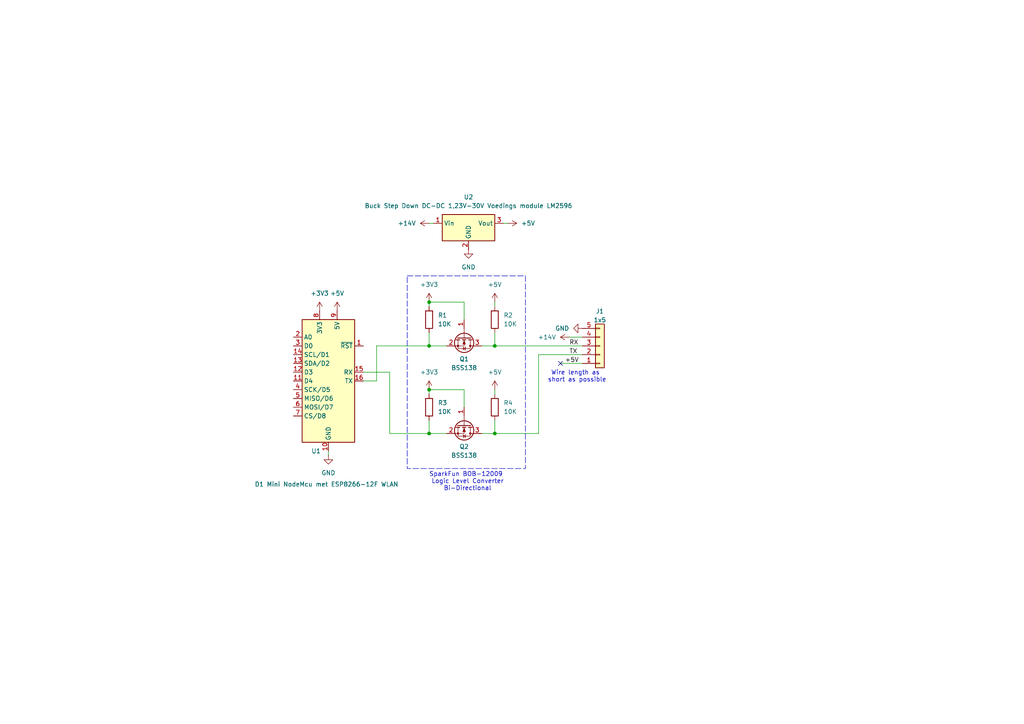
<source format=kicad_sch>
(kicad_sch (version 20231120) (generator "eeschema") (generator_version "8.0")
  (paper "A4")
  (lib_symbols
    (symbol "Connector_Generic:Conn_01x05" (pin_names (offset 1.016) hide)
      (property "Reference" "J" (at 0 7.62 0))
      (property "Value" "Conn_01x05" (at 0 -7.62 0))
      (symbol "Conn_01x05_1_1"
        (rectangle (start -1.27 -4.953) (end 0 -5.207) (stroke (width 0.1524)))
        (rectangle (start -1.27 -2.413) (end 0 -2.667) (stroke (width 0.1524)))
        (rectangle (start -1.27 0.127) (end 0 -0.127) (stroke (width 0.1524)))
        (rectangle (start -1.27 2.667) (end 0 2.413) (stroke (width 0.1524)))
        (rectangle (start -1.27 5.207) (end 0 4.953) (stroke (width 0.1524)))
        (rectangle (start -1.27 6.35) (end 1.27 -6.35) (stroke (width 0.254)) (fill (type background)))
        (pin passive line (at -5.08 5.08 0) (length 3.81) (name "Pin_1") (number "1"))
        (pin passive line (at -5.08 2.54 0) (length 3.81) (name "Pin_2") (number "2"))
        (pin passive line (at -5.08 0 0) (length 3.81) (name "Pin_3") (number "3"))
        (pin passive line (at -5.08 -2.54 0) (length 3.81) (name "Pin_4") (number "4"))
        (pin passive line (at -5.08 -5.08 0) (length 3.81) (name "Pin_5") (number "5"))
      )
    )
    (symbol "Device:R" (pin_numbers hide) (pin_names (offset 0))
      (property "Reference" "R" (at 2.032 0 90))
      (property "Value" "R" (at 0 0 90))
      (symbol "R_0_1"
        (rectangle (start -1.016 -2.54) (end 1.016 2.54) (stroke (width 0.254)))
      )
      (symbol "R_1_1"
        (pin passive line (at 0 3.81 270) (length 1.27) (name "~") (number "1"))
        (pin passive line (at 0 -3.81 90) (length 1.27) (name "~") (number "2"))
      )
    )
    (symbol "MCU_Module:WeMos_D1_mini"
      (property "Reference" "U" (at 3.81 19.05 0))
      (property "Value" "WeMos_D1_mini" (at 1.27 -19.05 0))
      (symbol "WeMos_D1_mini_1_1"
        (rectangle (start -7.62 17.78) (end 7.62 -17.78) (stroke (width 0.254)) (fill (type background)))
        (pin input line (at -10.16 10.16 0) (length 2.54) (name "~{RST}") (number "1"))
        (pin power_in line (at 0 -20.32 90) (length 2.54) (name "GND") (number "10"))
        (pin bidirectional line (at 10.16 0 180) (length 2.54) (name "D4") (number "11"))
        (pin bidirectional line (at 10.16 2.54 180) (length 2.54) (name "D3") (number "12"))
        (pin bidirectional line (at 10.16 5.08 180) (length 2.54) (name "SDA/D2") (number "13"))
        (pin bidirectional line (at 10.16 7.62 180) (length 2.54) (name "SCL/D1") (number "14"))
        (pin input line (at -10.16 2.54 0) (length 2.54) (name "RX") (number "15"))
        (pin output line (at -10.16 0 0) (length 2.54) (name "TX") (number "16"))
        (pin input line (at 10.16 12.7 180) (length 2.54) (name "A0") (number "2"))
        (pin bidirectional line (at 10.16 10.16 180) (length 2.54) (name "D0") (number "3"))
        (pin bidirectional line (at 10.16 -2.54 180) (length 2.54) (name "SCK/D5") (number "4"))
        (pin bidirectional line (at 10.16 -5.08 180) (length 2.54) (name "MISO/D6") (number "5"))
        (pin bidirectional line (at 10.16 -7.62 180) (length 2.54) (name "MOSI/D7") (number "6"))
        (pin bidirectional line (at 10.16 -10.16 180) (length 2.54) (name "CS/D8") (number "7"))
        (pin power_out line (at 2.54 20.32 270) (length 2.54) (name "3V3") (number "8"))
        (pin power_in line (at -2.54 20.32 270) (length 2.54) (name "5V") (number "9"))
      )
    )
    (symbol "Regulator_Switching:TSR1-2450E"
      (property "Reference" "U" (at -7.62 6.35 0))
      (property "Value" "TSR1-2450E" (at -3.81 6.35 0))
      (symbol "TSR1-2450E_0_1"
        (rectangle (start -7.62 5.08) (end 7.62 -2.54) (stroke (width 0.254)) (fill (type background)))
      )
      (symbol "TSR1-2450E_1_1"
        (pin power_in line (at -10.16 2.54 0) (length 2.54) (name "Vin") (number "1"))
        (pin power_in line (at 0 -5.08 90) (length 2.54) (name "GND") (number "2"))
        (pin power_out line (at 10.16 2.54 180) (length 2.54) (name "Vout") (number "3"))
      )
    )
    (symbol "Transistor_FET:BSS138" (pin_names hide)
      (property "Reference" "Q" (at 5.08 1.905 0))
      (property "Value" "BSS138" (at 5.08 0 0))
      (symbol "BSS138_0_1"
        (polyline (pts (xy 0.254 0) (xy -2.54 0)))
        (polyline (pts (xy 0.254 1.905) (xy 0.254 -1.905)) (stroke (width 0.254)))
        (polyline (pts (xy 0.762 -1.27) (xy 0.762 -2.286)) (stroke (width 0.254)))
        (polyline (pts (xy 0.762 0.508) (xy 0.762 -0.508)) (stroke (width 0.254)))
        (polyline (pts (xy 0.762 2.286) (xy 0.762 1.27)) (stroke (width 0.254)))
        (polyline (pts (xy 2.54 2.54) (xy 2.54 1.778)))
        (polyline (pts (xy 2.54 -2.54) (xy 2.54 0) (xy 0.762 0)))
        (polyline (pts (xy 0.762 -1.778) (xy 3.302 -1.778) (xy 3.302 1.778) (xy 0.762 1.778)))
        (polyline (pts (xy 1.016 0) (xy 2.032 0.381) (xy 2.032 -0.381) (xy 1.016 0)) (fill (type outline)))
        (polyline (pts (xy 2.794 0.508) (xy 2.921 0.381) (xy 3.683 0.381) (xy 3.81 0.254)))
        (polyline (pts (xy 3.302 0.381) (xy 2.921 -0.254) (xy 3.683 -0.254) (xy 3.302 0.381)))
        (circle (center 1.651 0) (radius 2.794) (stroke (width 0.254)))
        (circle (center 2.54 -1.778) (radius 0.254) (fill (type outline)))
        (circle (center 2.54 1.778) (radius 0.254) (fill (type outline)))
      )
      (symbol "BSS138_1_1"
        (pin input line (at -5.08 0 0) (length 2.54) (name "G") (number "1"))
        (pin passive line (at 2.54 -5.08 90) (length 2.54) (name "S") (number "2"))
        (pin passive line (at 2.54 5.08 270) (length 2.54) (name "D") (number "3"))
      )
    )
    (symbol "power:+15V" (power) (pin_numbers hide) (pin_names (offset 0) hide)
      (property "Value" "+15V" (at 0 3.556 0))
      (symbol "+15V_0_1"
        (polyline (pts (xy -0.762 1.27) (xy 0 2.54)))
        (polyline (pts (xy 0 0) (xy 0 2.54)))
        (polyline (pts (xy 0 2.54) (xy 0.762 1.27)))
      )
      (symbol "+15V_1_1"
        (pin power_in line (at 0 0 90) (length 0) (name "~") (number "1"))
      )
    )
    (symbol "power:+3V3" (power) (pin_numbers hide) (pin_names (offset 0) hide)
      (property "Value" "+3V3" (at 0 3.556 0))
      (symbol "+3V3_0_1"
        (polyline (pts (xy -0.762 1.27) (xy 0 2.54)))
        (polyline (pts (xy 0 0) (xy 0 2.54)))
        (polyline (pts (xy 0 2.54) (xy 0.762 1.27)))
      )
      (symbol "+3V3_1_1"
        (pin power_in line (at 0 0 90) (length 0) (name "~") (number "1"))
      )
    )
    (symbol "power:+5V" (power) (pin_numbers hide) (pin_names (offset 0) hide)
      (property "Value" "+5V" (at 0 3.556 0))
      (symbol "+5V_0_1"
        (polyline (pts (xy -0.762 1.27) (xy 0 2.54)))
        (polyline (pts (xy 0 0) (xy 0 2.54)))
        (polyline (pts (xy 0 2.54) (xy 0.762 1.27)))
      )
      (symbol "+5V_1_1"
        (pin power_in line (at 0 0 90) (length 0) (name "~") (number "1"))
      )
    )
    (symbol "power:GND" (power) (pin_numbers hide) (pin_names (offset 0) hide)
      (property "Value" "GND" (at 0 -3.81 0))
      (symbol "GND_0_1"
        (polyline (pts (xy 0 0) (xy 0 -1.27) (xy 1.27 -1.27) (xy 0 -2.54) (xy -1.27 -1.27) (xy 0 -1.27)))
      )
      (symbol "GND_1_1"
        (pin power_in line (at 0 0 270) (length 0) (name "~") (number "1"))
      )
    )
  )
  (junction (at 143.51 125.73))
  (junction (at 124.46 87.63))
  (junction (at 124.46 100.33))
  (junction (at 143.51 100.33))
  (junction (at 124.46 113.03))
  (junction (at 124.46 125.73))
  (no_connect (at 162.56 105.41))
  (wire (pts (xy 162.56 105.41) (xy 168.91 105.41)))
  (wire (pts (xy 124.46 64.77) (xy 125.73 64.77)))
  (wire (pts (xy 124.46 100.33) (xy 129.54 100.33)))
  (wire (pts (xy 95.25 132.08) (xy 95.25 130.81)))
  (wire (pts (xy 124.46 96.52) (xy 124.46 100.33)))
  (wire (pts (xy 143.51 113.03) (xy 143.51 114.3)))
  (wire (pts (xy 124.46 113.03) (xy 134.62 113.03)))
  (wire (pts (xy 113.03 107.95) (xy 113.03 125.73)))
  (wire (pts (xy 109.22 100.33) (xy 109.22 110.49)))
  (wire (pts (xy 134.62 113.03) (xy 134.62 118.11)))
  (wire (pts (xy 139.7 100.33) (xy 143.51 100.33)))
  (wire (pts (xy 143.51 125.73) (xy 143.51 121.92)))
  (wire (pts (xy 143.51 87.63) (xy 143.51 88.9)))
  (wire (pts (xy 105.41 107.95) (xy 113.03 107.95)))
  (wire (pts (xy 139.7 125.73) (xy 143.51 125.73)))
  (wire (pts (xy 124.46 121.92) (xy 124.46 125.73)))
  (wire (pts (xy 124.46 87.63) (xy 124.46 88.9)))
  (wire (pts (xy 156.21 102.87) (xy 168.91 102.87)))
  (wire (pts (xy 134.62 87.63) (xy 134.62 92.71)))
  (wire (pts (xy 124.46 125.73) (xy 129.54 125.73)))
  (wire (pts (xy 156.21 102.87) (xy 156.21 125.73)))
  (wire (pts (xy 124.46 114.3) (xy 124.46 113.03)))
  (wire (pts (xy 146.05 64.77) (xy 147.32 64.77)))
  (wire (pts (xy 109.22 110.49) (xy 105.41 110.49)))
  (wire (pts (xy 165.1 97.79) (xy 168.91 97.79)))
  (wire (pts (xy 109.22 100.33) (xy 124.46 100.33)))
  (wire (pts (xy 143.51 125.73) (xy 156.21 125.73)))
  (wire (pts (xy 143.51 100.33) (xy 143.51 96.52)))
  (wire (pts (xy 124.46 87.63) (xy 134.62 87.63)))
  (wire (pts (xy 143.51 100.33) (xy 168.91 100.33)))
  (wire (pts (xy 113.03 125.73) (xy 124.46 125.73)))
  (rectangle (start 118.11 80.01) (end 152.4 135.89) (stroke (width 0) (type dash)))
  (text "Wire length as \nshort as possible" (at 167.386 109.22 0) (effects (font (size 1.27 1.27))))
  (text "SparkFun BOB-12009 \nLogic Level Converter\nBi-Directional" (at 135.636 139.7 0) (effects (font (size 1.27 1.27))))
  (label "+5V" (at 163.83 105.41 0))
  (label "TX" (at 165.1 102.87 0))
  (label "RX" (at 165.1 100.33 0))
  (symbol (lib_id "power:+5V") (at 143.51 87.63 0) (unit 1)
    (property "Reference" "#PWR08" (effects (hide yes)))
    (property "Value" "+5V" (at 143.51 82.55 0))
    (property "Description" "Power symbol creates a global label with name \"+5V\"" (effects (hide yes)))
  )
  (symbol (lib_id "Transistor_FET:BSS138") (at 134.62 97.79 270) (unit 1)
    (property "Reference" "Q1" (at 134.62 104.14 90))
    (property "Value" "BSS138" (at 134.62 106.68 90))
    (property "Footprint" "Package_TO_SOT_SMD:SOT-23" (effects (hide yes)))
    (property "Datasheet" "https://www.onsemi.com/pub/Collateral/BSS138-D.PDF" (effects (hide yes)))
    (property "Description" "50V Vds, 0.22A Id, N-Channel MOSFET, SOT-23" (effects (hide yes)))
  )
  (symbol (lib_id "Device:R") (at 124.46 92.71 0) (unit 1)
    (property "Reference" "R1" (at 127 91.4399 0) (effects (justify left)))
    (property "Value" "10K" (at 127 93.9799 0) (effects (justify left)))
    (property "Description" "Resistor" (effects (hide yes)))
  )
  (symbol (lib_id "power:+15V") (at 165.1 97.79 90) (unit 1)
    (property "Reference" "#PWR04" (effects (hide yes)))
    (property "Value" "+14V" (at 161.29 97.7899 90) (effects (justify left)))
    (property "Description" "Power symbol creates a global label with name \"+15V\"" (effects (hide yes)))
  )
  (symbol (lib_id "Regulator_Switching:TSR1-2450E") (at 135.89 67.31 0) (unit 1)
    (property "Reference" "U2" (at 135.89 57.15 0))
    (property "Value" "Buck Step Down DC-DC 1,23V-30V Voedings module LM2596" (at 135.89 59.69 0))
    (property "Footprint" "Converter_DCDC:Converter_DCDC_TRACO_TSR1-xxxxE_THT" (effects (hide yes)))
    (property "Datasheet" "https://www.vanallesenmeer.nl/Buck-Step-Down-DC-DC-Converter-1,23V-30V-Voedingsmodule" (effects (hide yes)))
    (property "Description" "Buck Step Down DC-DC 1,23V-30V Voedings module LM2596" (effects (hide yes)))
  )
  (symbol (lib_id "Device:R") (at 143.51 92.71 0) (unit 1)
    (property "Reference" "R2" (at 146.05 91.4399 0) (effects (justify left)))
    (property "Value" "10K" (at 146.05 93.9799 0) (effects (justify left)))
    (property "Description" "Resistor" (effects (hide yes)))
  )
  (symbol (lib_id "power:+3V3") (at 124.46 113.03 0) (unit 1)
    (property "Reference" "#PWR012" (effects (hide yes)))
    (property "Value" "+3V3" (at 124.46 107.95 0))
    (property "Description" "Power symbol creates a global label with name \"+3V3\"" (effects (hide yes)))
  )
  (symbol (lib_id "power:+15V") (at 124.46 64.77 90) (unit 1)
    (property "Reference" "#PWR06" (effects (hide yes)))
    (property "Value" "+14V" (at 120.65 64.7699 90) (effects (justify left)))
    (property "Description" "Power symbol creates a global label with name \"+15V\"" (effects (hide yes)))
  )
  (symbol (lib_id "Device:R") (at 143.51 118.11 0) (unit 1)
    (property "Reference" "R4" (at 146.05 116.8399 0) (effects (justify left)))
    (property "Value" "10K" (at 146.05 119.3799 0) (effects (justify left)))
    (property "Description" "Resistor" (effects (hide yes)))
  )
  (symbol (lib_id "power:GND") (at 168.91 95.25 270) (unit 1)
    (property "Reference" "#PWR01" (effects (hide yes)))
    (property "Value" "GND" (at 165.1 95.2499 90) (effects (justify right)))
    (property "Description" "Power symbol creates a global label with name \"GND\" , ground" (effects (hide yes)))
  )
  (symbol (lib_id "power:+5V") (at 143.51 113.03 0) (unit 1)
    (property "Reference" "#PWR09" (effects (hide yes)))
    (property "Value" "+5V" (at 143.51 107.95 0))
    (property "Description" "Power symbol creates a global label with name \"+5V\"" (effects (hide yes)))
  )
  (symbol (lib_id "power:+5V") (at 147.32 64.77 270) (unit 1)
    (property "Reference" "#PWR05" (effects (hide yes)))
    (property "Value" "+5V" (at 151.13 64.7699 90) (effects (justify left)))
    (property "Description" "Power symbol creates a global label with name \"+5V\"" (effects (hide yes)))
  )
  (symbol (lib_id "Transistor_FET:BSS138") (at 134.62 123.19 270) (unit 1)
    (property "Reference" "Q2" (at 134.62 129.54 90))
    (property "Value" "BSS138" (at 134.62 132.08 90))
    (property "Footprint" "Package_TO_SOT_SMD:SOT-23" (effects (hide yes)))
    (property "Datasheet" "https://www.onsemi.com/pub/Collateral/BSS138-D.PDF" (effects (hide yes)))
    (property "Description" "50V Vds, 0.22A Id, N-Channel MOSFET, SOT-23" (effects (hide yes)))
  )
  (symbol (lib_id "power:+5V") (at 97.79 90.17 0) (mirror y) (unit 1)
    (property "Reference" "#PWR07" (effects (hide yes)))
    (property "Value" "+5V" (at 97.79 85.09 0))
    (property "Description" "Power symbol creates a global label with name \"+5V\"" (effects (hide yes)))
  )
  (symbol (lib_id "power:+3V3") (at 124.46 87.63 0) (unit 1)
    (property "Reference" "#PWR011" (effects (hide yes)))
    (property "Value" "+3V3" (at 124.46 82.55 0))
    (property "Description" "Power symbol creates a global label with name \"+3V3\"" (effects (hide yes)))
  )
  (symbol (lib_id "power:GND") (at 95.25 132.08 0) (mirror y) (unit 1)
    (property "Reference" "#PWR02" (effects (hide yes)))
    (property "Value" "GND" (at 95.25 137.16 0))
    (property "Description" "Power symbol creates a global label with name \"GND\" , ground" (effects (hide yes)))
  )
  (symbol (lib_id "power:+3V3") (at 92.71 90.17 0) (unit 1)
    (property "Reference" "#PWR010" (effects (hide yes)))
    (property "Value" "+3V3" (at 92.71 85.09 0))
    (property "Description" "Power symbol creates a global label with name \"+3V3\"" (effects (hide yes)))
  )
  (symbol (lib_id "Connector_Generic:Conn_01x05") (at 173.99 100.33 0) (mirror x) (unit 1)
    (property "Reference" "J1" (at 173.99 90.2802 0))
    (property "Value" "1x5" (at 173.99 92.8171 0))
    (property "Footprint" "RevK:JST_EH_S5B-EH_1x05_P2.50mm_Horizontal" (effects (hide yes)))
    (property "LCSC Part #" "C265103" (effects (hide yes)))
    (property "JLCPCB Position Offset" "5,0" (effects (hide yes)))
  )
  (symbol (lib_id "power:GND") (at 135.89 72.39 0) (unit 1)
    (property "Reference" "#PWR03" (effects (hide yes)))
    (property "Value" "GND" (at 135.89 77.47 0))
    (property "Description" "Power symbol creates a global label with name \"GND\" , ground" (effects (hide yes)))
  )
  (symbol (lib_id "MCU_Module:WeMos_D1_mini") (at 95.25 110.49 0) (mirror y) (unit 1)
    (property "Reference" "U1" (at 93.0559 130.81 0) (effects (justify left)))
    (property "Value" "D1 Mini NodeMcu met ESP8266-12F WLAN" (at 115.57 140.462 0) (effects (justify left)))
    (property "Datasheet" "https://www.az-delivery.de/nl/products/d1-mini" (effects (hide yes)))
    (property "Description" "32-bit microcontroller module with WiFi" (effects (hide yes)))
  )
  (symbol (lib_id "Device:R") (at 124.46 118.11 0) (unit 1)
    (property "Reference" "R3" (at 127 116.8399 0) (effects (justify left)))
    (property "Value" "10K" (at 127 119.3799 0) (effects (justify left)))
    (property "Description" "Resistor" (effects (hide yes)))
  )
)
</source>
